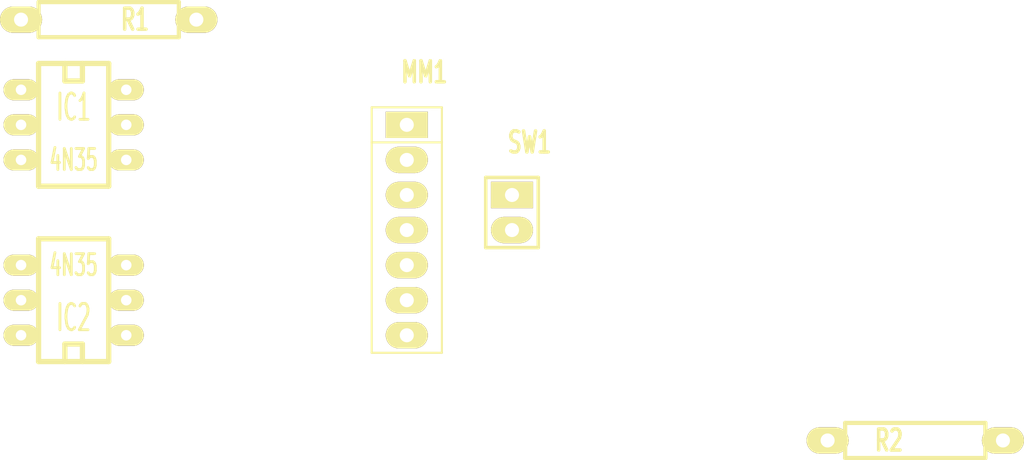
<source format=kicad_pcb>
(kicad_pcb (version 3) (host pcbnew "(2013-07-07 BZR 4022)-stable")

  (general
    (links 3)
    (no_connects 3)
    (area 0 0 0 0)
    (thickness 1.6)
    (drawings 0)
    (tracks 0)
    (zones 0)
    (modules 6)
    (nets 8)
  )

  (page A3)
  (layers
    (15 F.Cu signal)
    (0 B.Cu signal)
    (16 B.Adhes user)
    (17 F.Adhes user)
    (18 B.Paste user)
    (19 F.Paste user)
    (20 B.SilkS user)
    (21 F.SilkS user)
    (22 B.Mask user)
    (23 F.Mask user)
    (24 Dwgs.User user)
    (25 Cmts.User user)
    (26 Eco1.User user)
    (27 Eco2.User user)
    (28 Edge.Cuts user)
  )

  (setup
    (last_trace_width 0.254)
    (trace_clearance 0.254)
    (zone_clearance 0.508)
    (zone_45_only no)
    (trace_min 0.254)
    (segment_width 0.2)
    (edge_width 0.1)
    (via_size 0.889)
    (via_drill 0.635)
    (via_min_size 0.889)
    (via_min_drill 0.508)
    (uvia_size 0.508)
    (uvia_drill 0.127)
    (uvias_allowed no)
    (uvia_min_size 0.508)
    (uvia_min_drill 0.127)
    (pcb_text_width 0.3)
    (pcb_text_size 1.5 1.5)
    (mod_edge_width 0.15)
    (mod_text_size 1 1)
    (mod_text_width 0.15)
    (pad_size 1.524 2.54)
    (pad_drill 0.762)
    (pad_to_mask_clearance 0)
    (aux_axis_origin 0 0)
    (visible_elements FFFFFFBF)
    (pcbplotparams
      (layerselection 3178497)
      (usegerberextensions true)
      (excludeedgelayer true)
      (linewidth 0.150000)
      (plotframeref false)
      (viasonmask false)
      (mode 1)
      (useauxorigin false)
      (hpglpennumber 1)
      (hpglpenspeed 20)
      (hpglpendiameter 15)
      (hpglpenoverlay 2)
      (psnegative false)
      (psa4output false)
      (plotreference true)
      (plotvalue true)
      (plotothertext true)
      (plotinvisibletext false)
      (padsonsilk false)
      (subtractmaskfromsilk false)
      (outputformat 1)
      (mirror false)
      (drillshape 1)
      (scaleselection 1)
      (outputdirectory ""))
  )

  (net 0 "")
  (net 1 +24V)
  (net 2 /c1)
  (net 3 /c2)
  (net 4 GNDA)
  (net 5 N-0000022)
  (net 6 N-000004)
  (net 7 N-000008)

  (net_class Default "This is the default net class."
    (clearance 0.254)
    (trace_width 0.254)
    (via_dia 0.889)
    (via_drill 0.635)
    (uvia_dia 0.508)
    (uvia_drill 0.127)
    (add_net "")
    (add_net +24V)
    (add_net /c1)
    (add_net /c2)
    (add_net GNDA)
    (add_net N-0000022)
    (add_net N-000004)
    (add_net N-000008)
  )

  (module LnSIP-02 (layer F.Cu) (tedit 549FE9BC) (tstamp 54B0DEA6)
    (at 208.28 106.68)
    (descr "Ln Connector")
    (tags Connector)
    (path /54AE29C4)
    (fp_text reference SW1 (at 1.27 -3.81) (layer F.SilkS)
      (effects (font (size 1.524 1.016) (thickness 0.254)))
    )
    (fp_text value default (at 5.08 5.08) (layer F.SilkS) hide
      (effects (font (size 1.524 1.016) (thickness 0.254)))
    )
    (fp_line (start -1.905 -1.27) (end 1.905 -1.27) (layer F.SilkS) (width 0.254))
    (fp_line (start -1.905 3.81) (end 1.905 3.81) (layer F.SilkS) (width 0.254))
    (fp_line (start -1.905 -1.27) (end -1.905 3.81) (layer F.SilkS) (width 0.254))
    (fp_line (start 1.905 -1.27) (end 1.905 3.81) (layer F.SilkS) (width 0.254))
    (pad 1 thru_hole rect (at 0 0 90) (size 1.905 3.048) (drill 1.016)
      (layers *.Mask B.Cu F.SilkS)
      (net 7 N-000008)
    )
    (pad 2 thru_hole oval (at 0 2.54 90) (size 1.905 3.048) (drill 1.016)
      (layers *.Mask B.Cu F.SilkS)
      (net 6 N-000004)
    )
    (model discret/diode.wrl
      (at (xyz 0 0 0))
      (scale (xyz 0.5 0.5 0.5))
      (rotate (xyz 0 0 0))
    )
  )

  (module LnRes-500 (layer F.Cu) (tedit 549DC438) (tstamp 54B0DEB4)
    (at 185.42 93.98 180)
    (descr "Diode 5 pas")
    (tags "DIODE DEV")
    (path /54AC23D2)
    (fp_text reference R1 (at 4.445 0 180) (layer F.SilkS)
      (effects (font (size 1.524 1.016) (thickness 0.254)))
    )
    (fp_text value 4K7 (at 8.255 0 180) (layer F.SilkS) hide
      (effects (font (size 1.524 1.016) (thickness 0.254)))
    )
    (fp_line (start 12.7 0) (end 11.43 0) (layer F.SilkS) (width 0.3048))
    (fp_line (start 11.43 0) (end 11.43 -1.27) (layer F.SilkS) (width 0.3048))
    (fp_line (start 11.43 -1.27) (end 1.27 -1.27) (layer F.SilkS) (width 0.3048))
    (fp_line (start 1.27 -1.27) (end 1.27 0) (layer F.SilkS) (width 0.3048))
    (fp_line (start 1.27 0) (end 0 0) (layer F.SilkS) (width 0.3048))
    (fp_line (start 1.27 0) (end 1.27 1.27) (layer F.SilkS) (width 0.3048))
    (fp_line (start 1.27 1.27) (end 11.43 1.27) (layer F.SilkS) (width 0.3048))
    (fp_line (start 11.43 1.27) (end 11.43 0) (layer F.SilkS) (width 0.3048))
    (pad 1 thru_hole oval (at 0 0 270) (size 1.905 3.048) (drill 1.016)
      (layers *.Mask B.Cu F.SilkS)
      (net 5 N-0000022)
    )
    (pad 2 thru_hole oval (at 12.7 0 270) (size 1.905 3.048) (drill 1.016)
      (layers *.Mask B.Cu F.SilkS)
      (net 1 +24V)
    )
    (model discret/diode.wrl
      (at (xyz 0 0 0))
      (scale (xyz 0.5 0.5 0.5))
      (rotate (xyz 0 0 0))
    )
  )

  (module LnDIP-06_300 (layer F.Cu) (tedit 54B0DC4A) (tstamp 54B0DEC5)
    (at 180.34 116.84 180)
    (descr "6 pins DIL package, round pads")
    (tags DIL)
    (path /54B0DAC4)
    (fp_text reference IC2 (at 3.81 1.27 180) (layer F.SilkS)
      (effects (font (size 1.905 1.016) (thickness 0.2032)))
    )
    (fp_text value 4N35 (at 3.81 5.08 180) (layer F.SilkS)
      (effects (font (size 1.524 0.889) (thickness 0.2032)))
    )
    (fp_line (start 6.35 -1.905) (end 6.35 6.985) (layer F.SilkS) (width 0.381))
    (fp_line (start 6.35 6.985) (end 1.27 6.985) (layer F.SilkS) (width 0.381))
    (fp_line (start 1.27 6.985) (end 1.27 -1.905) (layer F.SilkS) (width 0.381))
    (fp_line (start 1.27 -1.905) (end 6.35 -1.905) (layer F.SilkS) (width 0.381))
    (fp_line (start 4.445 -1.905) (end 4.445 -0.635) (layer F.SilkS) (width 0.381))
    (fp_line (start 4.445 -0.635) (end 3.175 -0.635) (layer F.SilkS) (width 0.381))
    (fp_line (start 3.175 -0.635) (end 3.175 -1.905) (layer F.SilkS) (width 0.381))
    (pad 2 thru_hole oval (at 0 2.54 90) (size 1.524 2.54) (drill 0.762)
      (layers *.Cu *.Mask F.SilkS)
      (net 4 GNDA)
    )
    (pad 1 thru_hole oval (at 0 0 90) (size 1.524 2.54) (drill 0.762)
      (layers *.Cu *.Mask F.SilkS)
      (net 3 /c2)
    )
    (pad 3 thru_hole oval (at 0 5.08 90) (size 1.524 2.54) (drill 0.762)
      (layers *.Cu *.Mask F.SilkS)
    )
    (pad 4 thru_hole oval (at 7.62 5.08 90) (size 1.524 2.54) (drill 0.762)
      (layers *.Cu *.Mask F.SilkS)
    )
    (pad 5 thru_hole oval (at 7.62 2.54 90) (size 1.524 2.54) (drill 0.762)
      (layers *.Cu *.Mask F.SilkS)
    )
    (pad 6 thru_hole oval (at 7.62 0 90) (size 1.524 2.54) (drill 0.762)
      (layers *.Cu *.Mask F.SilkS)
    )
    (model dil/dil_6.wrl
      (at (xyz 0 0 0))
      (scale (xyz 1 1 1))
      (rotate (xyz 0 0 0))
    )
  )

  (module LnDIP-06_300 (layer F.Cu) (tedit 54B0DC4A) (tstamp 54B0DED6)
    (at 172.72 99.06)
    (descr "6 pins DIL package, round pads")
    (tags DIL)
    (path /54B0DADB)
    (fp_text reference IC1 (at 3.81 1.27) (layer F.SilkS)
      (effects (font (size 1.905 1.016) (thickness 0.2032)))
    )
    (fp_text value 4N35 (at 3.81 5.08) (layer F.SilkS)
      (effects (font (size 1.524 0.889) (thickness 0.2032)))
    )
    (fp_line (start 6.35 -1.905) (end 6.35 6.985) (layer F.SilkS) (width 0.381))
    (fp_line (start 6.35 6.985) (end 1.27 6.985) (layer F.SilkS) (width 0.381))
    (fp_line (start 1.27 6.985) (end 1.27 -1.905) (layer F.SilkS) (width 0.381))
    (fp_line (start 1.27 -1.905) (end 6.35 -1.905) (layer F.SilkS) (width 0.381))
    (fp_line (start 4.445 -1.905) (end 4.445 -0.635) (layer F.SilkS) (width 0.381))
    (fp_line (start 4.445 -0.635) (end 3.175 -0.635) (layer F.SilkS) (width 0.381))
    (fp_line (start 3.175 -0.635) (end 3.175 -1.905) (layer F.SilkS) (width 0.381))
    (pad 2 thru_hole oval (at 0 2.54 270) (size 1.524 2.54) (drill 0.762)
      (layers *.Cu *.Mask F.SilkS)
      (net 2 /c1)
    )
    (pad 1 thru_hole oval (at 0 0 270) (size 1.524 2.54) (drill 0.762)
      (layers *.Cu *.Mask F.SilkS)
      (net 5 N-0000022)
    )
    (pad 3 thru_hole oval (at 0 5.08 270) (size 1.524 2.54) (drill 0.762)
      (layers *.Cu *.Mask F.SilkS)
    )
    (pad 4 thru_hole oval (at 7.62 5.08 270) (size 1.524 2.54) (drill 0.762)
      (layers *.Cu *.Mask F.SilkS)
    )
    (pad 5 thru_hole oval (at 7.62 2.54 270) (size 1.524 2.54) (drill 0.762)
      (layers *.Cu *.Mask F.SilkS)
    )
    (pad 6 thru_hole oval (at 7.62 0 270) (size 1.524 2.54) (drill 0.762)
      (layers *.Cu *.Mask F.SilkS)
    )
    (model dil/dil_6.wrl
      (at (xyz 0 0 0))
      (scale (xyz 1 1 1))
      (rotate (xyz 0 0 0))
    )
  )

  (module LnRes-500 (layer F.Cu) (tedit 549DC438) (tstamp 54B0DF58)
    (at 231.14 124.46)
    (descr "Diode 5 pas")
    (tags "DIODE DEV")
    (path /54AC2E1F)
    (fp_text reference R2 (at 4.445 0) (layer F.SilkS)
      (effects (font (size 1.524 1.016) (thickness 0.254)))
    )
    (fp_text value 680 (at 8.255 0) (layer F.SilkS) hide
      (effects (font (size 1.524 1.016) (thickness 0.254)))
    )
    (fp_line (start 12.7 0) (end 11.43 0) (layer F.SilkS) (width 0.3048))
    (fp_line (start 11.43 0) (end 11.43 -1.27) (layer F.SilkS) (width 0.3048))
    (fp_line (start 11.43 -1.27) (end 1.27 -1.27) (layer F.SilkS) (width 0.3048))
    (fp_line (start 1.27 -1.27) (end 1.27 0) (layer F.SilkS) (width 0.3048))
    (fp_line (start 1.27 0) (end 0 0) (layer F.SilkS) (width 0.3048))
    (fp_line (start 1.27 0) (end 1.27 1.27) (layer F.SilkS) (width 0.3048))
    (fp_line (start 1.27 1.27) (end 11.43 1.27) (layer F.SilkS) (width 0.3048))
    (fp_line (start 11.43 1.27) (end 11.43 0) (layer F.SilkS) (width 0.3048))
    (pad 1 thru_hole oval (at 0 0 90) (size 1.905 3.048) (drill 1.016)
      (layers *.Mask B.Cu F.SilkS)
    )
    (pad 2 thru_hole oval (at 12.7 0 90) (size 1.905 3.048) (drill 1.016)
      (layers *.Mask B.Cu F.SilkS)
    )
    (model discret/diode.wrl
      (at (xyz 0 0 0))
      (scale (xyz 0.5 0.5 0.5))
      (rotate (xyz 0 0 0))
    )
  )

  (module LnSIP-07 (layer F.Cu) (tedit 54B0DEDE) (tstamp 54B0E462)
    (at 200.66 101.6)
    (descr "Ln Connector")
    (tags Connector)
    (path /54B0DDB5)
    (fp_text reference MM1 (at 1.27 -3.81) (layer F.SilkS)
      (effects (font (size 1.524 1.016) (thickness 0.254)))
    )
    (fp_text value MAMMUTH_07 (at 5.08 5.08) (layer F.SilkS) hide
      (effects (font (size 1.524 1.016) (thickness 0.254)))
    )
    (fp_line (start -2.54 1.27) (end 2.54 1.27) (layer F.SilkS) (width 0.15))
    (fp_line (start -2.54 -1.27) (end -2.54 16.51) (layer F.SilkS) (width 0.15))
    (fp_line (start 2.54 -1.27) (end 2.54 16.51) (layer F.SilkS) (width 0.15))
    (fp_line (start -2.54 -1.27) (end 2.54 -1.27) (layer F.SilkS) (width 0.15))
    (fp_line (start 2.54 16.51) (end -2.54 16.51) (layer F.SilkS) (width 0.15))
    (pad 7 thru_hole oval (at 0 15.24 90) (size 1.905 3.048) (drill 1.016)
      (layers *.Mask B.Cu F.SilkS)
    )
    (pad 5 thru_hole oval (at 0 10.16 90) (size 1.905 3.048) (drill 1.016)
      (layers *.Mask B.Cu F.SilkS)
    )
    (pad 4 thru_hole oval (at 0 7.62 90) (size 1.905 3.048) (drill 1.016)
      (layers *.Mask B.Cu F.SilkS)
      (net 6 N-000004)
    )
    (pad 6 thru_hole oval (at 0 12.7 90) (size 1.905 3.048) (drill 1.016)
      (layers *.Mask B.Cu F.SilkS)
    )
    (pad 3 thru_hole oval (at 0 5.08 90) (size 1.905 3.048) (drill 1.016)
      (layers *.Mask B.Cu F.SilkS)
      (net 7 N-000008)
    )
    (pad 1 thru_hole rect (at 0 0 90) (size 1.905 3.048) (drill 1.016)
      (layers *.Mask B.Cu F.SilkS)
    )
    (pad 2 thru_hole oval (at 0 2.54 90) (size 1.905 3.048) (drill 1.016)
      (layers *.Mask B.Cu F.SilkS)
    )
    (model discret/diode.wrl
      (at (xyz 0 0 0))
      (scale (xyz 0.5 0.5 0.5))
      (rotate (xyz 0 0 0))
    )
  )

)

</source>
